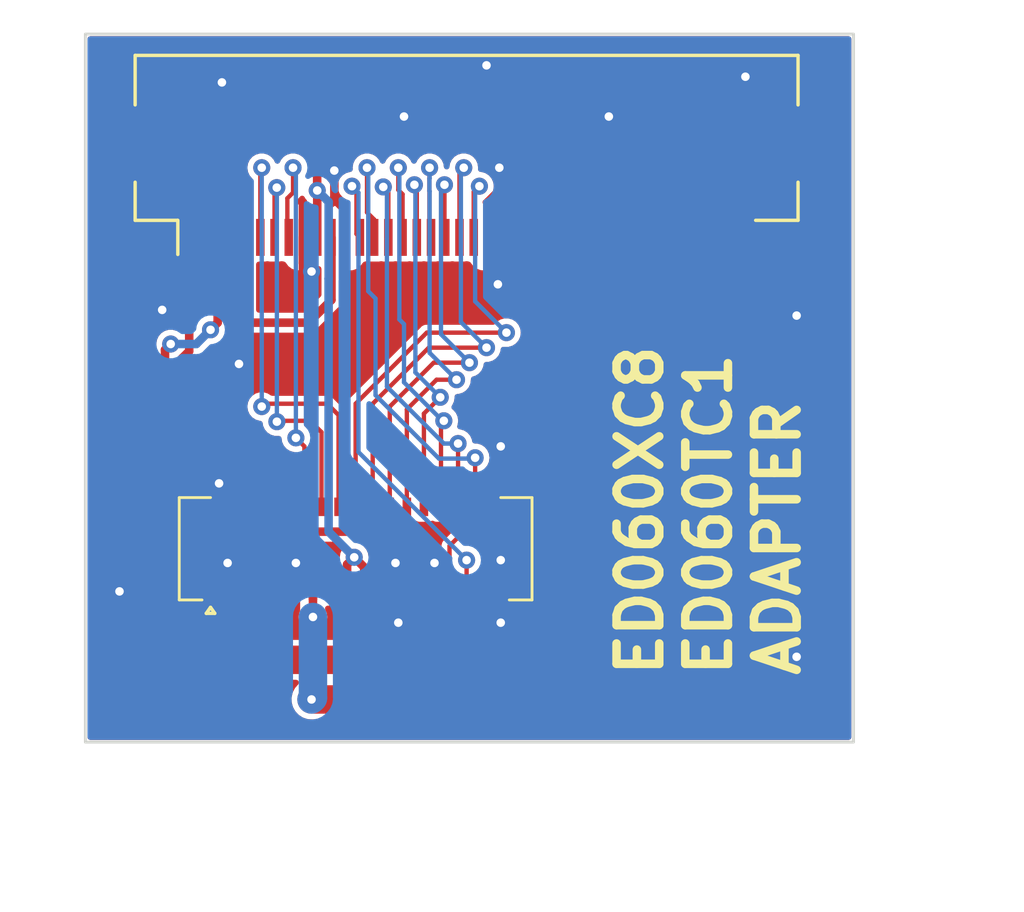
<source format=kicad_pcb>
(kicad_pcb (version 20221018) (generator pcbnew)
  (layers (0 "F.Cu" signal) (31 "B.Cu" signal) (34 "B.Paste" user) (35 "F.Paste" user) (36 "B.SilkS" user "B.Silkscreen") (37 "F.SilkS" user "F.Silkscreen") (38 "B.Mask" user) (39 "F.Mask" user) (44 "Edge.Cuts" user))
  (net 0 "")
  (net 1 "VGL")
  (net 2 "GND")
  (net 3 "VGH")
  (net 4 "VCOM")
  (net 5 "VPOS")
  (net 6 "VNEG")
  (net 7 "+3V3")
  (net 14 "/GDOE")
  (net 15 "/GDCLK")
  (net 16 "/GDSP")
  (net 17 "/ESDCLK")
  (net 18 "/ED0")
  (net 19 "/ED8")
  (net 20 "/ED1")
  (net 21 "/ED9")
  (net 22 "/ED2")
  (net 23 "/ED10")
  (net 24 "/ED3")
  (net 25 "/ED11")
  (net 26 "/ED4")
  (net 27 "/ED12")
  (net 28 "/ED5")
  (net 29 "/ED13")
  (net 30 "/ED6")
  (net 31 "/ED14")
  (net 32 "/ED7")
  (net 33 "/ED15")
  (net 34 "/SDCE0")
  (net 35 "/ESDLE")
  (net 36 "/ESDOE")
  (footprint "footprints:Hirose_FH12-40S-0.5SH_1x40-1MP_P0.50mm_Horizontal_Reversed" (layer "F.Cu") (at 164.4 78.35 180)
    (fp_text reference "J1" hide)
    (fp_text value "FH12-40S-0.5SH")
    (fp_line (start -11.65 -1.3) (end -11.65 0.04) (stroke (width 0.12)) (layer "F.SilkS"))
    (fp_line (start -11.65 2.76) (end -11.65 4.5) (stroke (width 0.12)) (layer "F.SilkS"))
    (fp_line (start -11.65 4.5) (end 11.65 4.5) (stroke (width 0.12)) (layer "F.SilkS"))
    (fp_line (start -10.16 -1.3) (end -11.65 -1.3) (stroke (width 0.12)) (layer "F.SilkS"))
    (fp_line (start 10.15 -1.3) (end 10.15 -2.5) (stroke (width 0.12)) (layer "F.SilkS"))
    (fp_line (start 10.16 -1.3) (end 11.65 -1.3) (stroke (width 0.12)) (layer "F.SilkS"))
    (fp_line (start 11.65 -1.3) (end 11.65 0.04) (stroke (width 0.12)) (layer "F.SilkS"))
    (fp_line (start 11.65 4.5) (end 11.65 2.76) (stroke (width 0.12)) (layer "F.SilkS"))
    (pad "1" smd rect (at 9.75 -1.9) (size 0.3 1.3) (layers "F.Cu" "F.Paste" "F.Mask") (net 1 "VGL"))
    (pad "2" smd rect (at 9.25 -1.9) (size 0.3 1.3) (layers "F.Cu" "F.Paste" "F.Mask"))
    (pad "3" smd rect (at 8.75 -1.9) (size 0.3 1.3) (layers "F.Cu" "F.Paste" "F.Mask") (net 3 "VGH"))
    (pad "4" smd rect (at 8.25 -1.9) (size 0.3 1.3) (layers "F.Cu" "F.Paste" "F.Mask"))
    (pad "5" smd rect (at 7.75 -1.9) (size 0.3 1.3) (layers "F.Cu" "F.Paste" "F.Mask") (net 7 "+3V3"))
    (pad "6" smd rect (at 7.25 -1.9) (size 0.3 1.3) (layers "F.Cu" "F.Paste" "F.Mask") (net 14 "/GDOE"))
    (pad "7" smd rect (at 6.75 -1.9) (size 0.3 1.3) (layers "F.Cu" "F.Paste" "F.Mask") (net 15 "/GDCLK"))
    (pad "8" smd rect (at 6.25 -1.9) (size 0.3 1.3) (layers "F.Cu" "F.Paste" "F.Mask") (net 16 "/GDSP"))
    (pad "9" smd rect (at 5.75 -1.9) (size 0.3 1.3) (layers "F.Cu" "F.Paste" "F.Mask") (net 2 "GND"))
    (pad "10" smd rect (at 5.25 -1.9) (size 0.3 1.3) (layers "F.Cu" "F.Paste" "F.Mask") (net 4 "VCOM"))
    (pad "11" smd rect (at 4.75 -1.9) (size 0.3 1.3) (layers "F.Cu" "F.Paste" "F.Mask") (net 7 "+3V3"))
    (pad "12" smd rect (at 4.25 -1.9) (size 0.3 1.3) (layers "F.Cu" "F.Paste" "F.Mask") (net 2 "GND"))
    (pad "13" smd rect (at 3.75 -1.9) (size 0.3 1.3) (layers "F.Cu" "F.Paste" "F.Mask") (net 17 "/ESDCLK"))
    (pad "14" smd rect (at 3.25 -1.9) (size 0.3 1.3) (layers "F.Cu" "F.Paste" "F.Mask") (net 18 "/ED0"))
    (pad "15" smd rect (at 2.75 -1.9) (size 0.3 1.3) (layers "F.Cu" "F.Paste" "F.Mask") (net 20 "/ED1"))
    (pad "16" smd rect (at 2.25 -1.9) (size 0.3 1.3) (layers "F.Cu" "F.Paste" "F.Mask") (net 22 "/ED2"))
    (pad "17" smd rect (at 1.75 -1.9) (size 0.3 1.3) (layers "F.Cu" "F.Paste" "F.Mask") (net 24 "/ED3"))
    (pad "18" smd rect (at 1.25 -1.9) (size 0.3 1.3) (layers "F.Cu" "F.Paste" "F.Mask") (net 26 "/ED4"))
    (pad "19" smd rect (at 0.75 -1.9) (size 0.3 1.3) (layers "F.Cu" "F.Paste" "F.Mask") (net 28 "/ED5"))
    (pad "20" smd rect (at 0.25 -1.9) (size 0.3 1.3) (layers "F.Cu" "F.Paste" "F.Mask") (net 30 "/ED6"))
    (pad "21" smd rect (at -0.25 -1.9) (size 0.3 1.3) (layers "F.Cu" "F.Paste" "F.Mask") (net 32 "/ED7"))
    (pad "22" smd rect (at -0.75 -1.9) (size 0.3 1.3) (layers "F.Cu" "F.Paste" "F.Mask") (net 2 "GND"))
    (pad "23" smd rect (at -1.25 -1.9) (size 0.3 1.3) (layers "F.Cu" "F.Paste" "F.Mask") (net 19 "/ED8"))
    (pad "24" smd rect (at -1.75 -1.9) (size 0.3 1.3) (layers "F.Cu" "F.Paste" "F.Mask") (net 21 "/ED9"))
    (pad "25" smd rect (at -2.25 -1.9) (size 0.3 1.3) (layers "F.Cu" "F.Paste" "F.Mask") (net 23 "/ED10"))
    (pad "26" smd rect (at -2.75 -1.9) (size 0.3 1.3) (layers "F.Cu" "F.Paste" "F.Mask") (net 25 "/ED11"))
    (pad "27" smd rect (at -3.25 -1.9) (size 0.3 1.3) (layers "F.Cu" "F.Paste" "F.Mask") (net 27 "/ED12"))
    (pad "28" smd rect (at -3.75 -1.9) (size 0.3 1.3) (layers "F.Cu" "F.Paste" "F.Mask") (net 29 "/ED13"))
    (pad "29" smd rect (at -4.25 -1.9) (size 0.3 1.3) (layers "F.Cu" "F.Paste" "F.Mask") (net 31 "/ED14"))
    (pad "30" smd rect (at -4.75 -1.9) (size 0.3 1.3) (layers "F.Cu" "F.Paste" "F.Mask") (net 33 "/ED15"))
    (pad "31" smd rect (at -5.25 -1.9) (size 0.3 1.3) (layers "F.Cu" "F.Paste" "F.Mask") (net 34 "/SDCE0"))
    (pad "32" smd rect (at -5.75 -1.9) (size 0.3 1.3) (layers "F.Cu" "F.Paste" "F.Mask") (net 35 "/ESDLE"))
    (pad "33" smd rect (at -6.25 -1.9) (size 0.3 1.3) (layers "F.Cu" "F.Paste" "F.Mask") (net 36 "/ESDOE"))
    (pad "34" smd rect (at -6.75 -1.9) (size 0.3 1.3) (layers "F.Cu" "F.Paste" "F.Mask"))
    (pad "35" smd rect (at -7.25 -1.9) (size 0.3 1.3) (layers "F.Cu" "F.Paste" "F.Mask"))
    (pad "36" smd rect (at -7.75 -1.9) (size 0.3 1.3) (layers "F.Cu" "F.Paste" "F.Mask") (net 5 "VPOS"))
    (pad "37" smd rect (at -8.25 -1.9) (size 0.3 1.3) (layers "F.Cu" "F.Paste" "F.Mask"))
    (pad "38" smd rect (at -8.75 -1.9) (size 0.3 1.3) (layers "F.Cu" "F.Paste" "F.Mask") (net 6 "VNEG"))
    (pad "39" smd rect (at -9.25 -1.9) (size 0.3 1.3) (layers "F.Cu" "F.Paste" "F.Mask"))
    (pad "40" smd rect (at -9.75 -1.9) (size 0.3 1.3) (layers "F.Cu" "F.Paste" "F.Mask") (net 4 "VCOM"))
    (pad "MP" smd rect (at -11.65 1.4 180) (size 1.8 2.2) (layers "F.Cu" "F.Paste" "F.Mask") (net 2 "GND"))
    (pad "MP" smd rect (at 11.65 1.4 180) (size 1.8 2.2) (layers "F.Cu" "F.Paste" "F.Mask") (net 2 "GND"))
  )
  (footprint "footprints:X03A10L35G_2Rows-35Pins-1MP_P0.60mm_Horizontal" (layer "F.Cu") (at 160.5 91.2 90)
    (fp_text reference "J3" hide)
    (fp_text value "Conn_2Rows-35Pins")
    (fp_line (start -2.272132 -5.25) (end -2.06 -5.1) (stroke (width 0.12)) (layer "F.SilkS"))
    (fp_line (start -2.272132 -4.95) (end -2.272132 -5.25) (stroke (width 0.12)) (layer "F.SilkS"))
    (fp_line (start -2.06 -5.1) (end -2.272132 -4.95) (stroke (width 0.12)) (layer "F.SilkS"))
    (fp_line (start -1.8 -6.2) (end 1.8 -6.2) (stroke (width 0.1)) (layer "F.SilkS"))
    (fp_line (start -1.8 -5.4) (end -1.8 -6.2) (stroke (width 0.1)) (layer "F.SilkS"))
    (fp_line (start -1.8 6.2) (end -1.8 5.4) (stroke (width 0.1)) (layer "F.SilkS"))
    (fp_line (start 1.8 -6.2) (end 1.8 -5.1) (stroke (width 0.1)) (layer "F.SilkS"))
    (fp_line (start 1.8 5.1) (end 1.8 6.2) (stroke (width 0.1)) (layer "F.SilkS"))
    (fp_line (start 1.8 6.2) (end -1.8 6.2) (stroke (width 0.1)) (layer "F.SilkS"))
    (pad "1" smd rect (at -1.4 -5.1 90) (size 0.8 0.3) (layers "F.Cu" "F.Paste" "F.Mask") (net 3 "VGH"))
    (pad "2" smd rect (at 1.475 -4.8 90) (size 0.65 0.3) (layers "F.Cu" "F.Paste" "F.Mask") (net 2 "GND"))
    (pad "3" smd rect (at -1.4 -4.5 90) (size 0.8 0.3) (layers "F.Cu" "F.Paste" "F.Mask") (net 2 "GND"))
    (pad "4" smd rect (at 1.475 -4.2 90) (size 0.65 0.3) (layers "F.Cu" "F.Paste" "F.Mask"))
    (pad "5" smd rect (at -1.4 -3.9 90) (size 0.8 0.3) (layers "F.Cu" "F.Paste" "F.Mask") (net 5 "VPOS"))
    (pad "6" smd rect (at 1.475 -3.6 90) (size 0.65 0.3) (layers "F.Cu" "F.Paste" "F.Mask"))
    (pad "7" smd rect (at -1.4 -3.3 90) (size 0.8 0.3) (layers "F.Cu" "F.Paste" "F.Mask"))
    (pad "8" smd rect (at 1.475 -3 90) (size 0.65 0.3) (layers "F.Cu" "F.Paste" "F.Mask"))
    (pad "9" smd rect (at -1.4 -2.7 90) (size 0.8 0.3) (layers "F.Cu" "F.Paste" "F.Mask") (net 1 "VGL"))
    (pad "10" smd rect (at 1.475 -2.4 90) (size 0.65 0.3) (layers "F.Cu" "F.Paste" "F.Mask"))
    (pad "11" smd rect (at -1.4 -2.1 90) (size 0.8 0.3) (layers "F.Cu" "F.Paste" "F.Mask") (net 2 "GND"))
    (pad "12" smd rect (at 1.475 -1.8 90) (size 0.65 0.3) (layers "F.Cu" "F.Paste" "F.Mask") (net 16 "/GDSP"))
    (pad "13" smd rect (at -1.4 -1.5 90) (size 0.8 0.3) (layers "F.Cu" "F.Paste" "F.Mask") (net 6 "VNEG"))
    (pad "14" smd rect (at 1.475 -1.2 90) (size 0.65 0.3) (layers "F.Cu" "F.Paste" "F.Mask") (net 15 "/GDCLK"))
    (pad "15" smd rect (at -1.4 -0.9 90) (size 0.8 0.3) (layers "F.Cu" "F.Paste" "F.Mask"))
    (pad "16" smd rect (at 1.475 -0.6 90) (size 0.65 0.3) (layers "F.Cu" "F.Paste" "F.Mask") (net 14 "/GDOE"))
    (pad "17" smd rect (at -1.4 -0.3 90) (size 0.8 0.3) (layers "F.Cu" "F.Paste" "F.Mask") (net 4 "VCOM"))
    (pad "18" smd rect (at 1.475 0 90) (size 0.65 0.3) (layers "F.Cu" "F.Paste" "F.Mask") (net 32 "/ED7"))
    (pad "19" smd rect (at -1.4 0.3 90) (size 0.8 0.3) (layers "F.Cu" "F.Paste" "F.Mask") (net 4 "VCOM"))
    (pad "20" smd rect (at 1.475 0.6 90) (size 0.65 0.3) (layers "F.Cu" "F.Paste" "F.Mask") (net 30 "/ED6"))
    (pad "21" smd rect (at -1.4 0.9 90) (size 0.8 0.3) (layers "F.Cu" "F.Paste" "F.Mask"))
    (pad "22" smd rect (at 1.475 1.2 90) (size 0.65 0.3) (layers "F.Cu" "F.Paste" "F.Mask") (net 28 "/ED5"))
    (pad "23" smd rect (at -1.4 1.5 90) (size 0.8 0.3) (layers "F.Cu" "F.Paste" "F.Mask") (net 2 "GND"))
    (pad "24" smd rect (at 1.475 1.8 90) (size 0.65 0.3) (layers "F.Cu" "F.Paste" "F.Mask") (net 26 "/ED4"))
    (pad "25" smd rect (at -1.4 2.1 90) (size 0.8 0.3) (layers "F.Cu" "F.Paste" "F.Mask") (net 7 "+3V3"))
    (pad "26" smd rect (at 1.475 2.4 90) (size 0.65 0.3) (layers "F.Cu" "F.Paste" "F.Mask") (net 24 "/ED3"))
    (pad "27" smd rect (at -1.4 2.7 90) (size 0.8 0.3) (layers "F.Cu" "F.Paste" "F.Mask") (net 2 "GND"))
    (pad "28" smd rect (at 1.475 3 90) (size 0.65 0.3) (layers "F.Cu" "F.Paste" "F.Mask") (net 22 "/ED2"))
    (pad "29" smd rect (at -1.4 3.3 90) (size 0.8 0.3) (layers "F.Cu" "F.Paste" "F.Mask") (net 35 "/ESDLE"))
    (pad "30" smd rect (at 1.475 3.6 90) (size 0.65 0.3) (layers "F.Cu" "F.Paste" "F.Mask") (net 20 "/ED1"))
    (pad "31" smd rect (at -1.4 3.9 90) (size 0.8 0.3) (layers "F.Cu" "F.Paste" "F.Mask") (net 17 "/ESDCLK"))
    (pad "32" smd rect (at 1.475 4.2 90) (size 0.65 0.3) (layers "F.Cu" "F.Paste" "F.Mask") (net 18 "/ED0"))
    (pad "33" smd rect (at -1.4 4.5 90) (size 0.8 0.3) (layers "F.Cu" "F.Paste" "F.Mask") (net 36 "/ESDOE"))
    (pad "34" smd rect (at 1.475 4.8 90) (size 0.65 0.3) (layers "F.Cu" "F.Paste" "F.Mask") (net 34 "/SDCE0"))
    (pad "35" smd rect (at -1.4 5.1 90) (size 0.8 0.3) (layers "F.Cu" "F.Paste" "F.Mask") (net 2 "GND"))
    (pad "MP" smd rect (at -1.075 -5.75 90) (size 1.15 0.3) (layers "F.Cu" "F.Paste" "F.Mask"))
    (pad "MP" smd rect (at -1.075 5.75 90) (size 1.15 0.3) (layers "F.Cu" "F.Paste" "F.Mask"))
  )
  (gr_rect (start 151 73.1) (end 178 98) (stroke (width 0.1)) (fill none) (layer "Edge.Cuts"))
  (gr_text "ED060XC8\nED060TC1\nADAPTER" (at 176.2 95.8 90) (layer "F.SilkS") (effects (font (size 1.5 1.5) (thickness 0.3) bold) (justify left bottom)))
  (segment (start 154.65 84.25) (end 154.4 84.5) (width 0.3) (layer "F.Cu") (net 1))
  (segment (start 154.65 80.25) (end 154.65 84.25) (width 0.3) (layer "F.Cu") (net 1))
  (segment (start 154.4 84.5) (end 154.4 90.4) (width 0.3) (layer "F.Cu") (net 1))
  (segment (start 154.4 90.4) (end 155.0976 91.0976) (width 0.3) (layer "F.Cu") (net 1))
  (segment (start 157.7976 92.5976) (end 157.8 92.6) (width 0.3) (layer "F.Cu") (net 1))
  (segment (start 157.3976 91.0976) (end 157.7976 91.4976) (width 0.3) (layer "F.Cu") (net 1))
  (segment (start 155.0976 91.0976) (end 157.3976 91.0976) (width 0.3) (layer "F.Cu") (net 1))
  (segment (start 157.7976 91.4976) (end 157.7976 92.5976) (width 0.3) (layer "F.Cu") (net 1))
  (segment (start 155.7 89.725) (end 155.7 88.9) (width 0.1524) (layer "F.Cu") (net 2))
  (segment (start 163.2 92.6) (end 163.2 91.7719) (width 0.1524) (layer "F.Cu") (net 2))
  (segment (start 165.6 92.6) (end 165.6 91.6) (width 0.1524) (layer "F.Cu") (net 2))
  (segment (start 156 92.6) (end 156 91.7) (width 0.1524) (layer "F.Cu") (net 2))
  (segment (start 158.65 81.15) (end 158.65 80.25) (width 0.3) (layer "F.Cu") (net 2))
  (segment (start 159.7524 77.9024) (end 159.75 77.9) (width 0.3) (layer "F.Cu") (net 2))
  (segment (start 165.15 79.001923) (end 165.55 78.601923) (width 0.3) (layer "F.Cu") (net 2))
  (segment (start 165.15 80.25) (end 165.15 79.001923) (width 0.3) (layer "F.Cu") (net 2))
  (segment (start 160.15 79.3) (end 159.8 78.95) (width 0.3) (layer "F.Cu") (net 2))
  (segment (start 162 92.6) (end 162 91.8) (width 0.1524) (layer "F.Cu") (net 2))
  (segment (start 162 91.8) (end 161.9 91.7) (width 0.1524) (layer "F.Cu") (net 2))
  (segment (start 159.8 78.95) (end 159.7524 78.9024) (width 0.3) (layer "F.Cu") (net 2))
  (segment (start 158.4 92.6) (end 158.4 91.7) (width 0.1524) (layer "F.Cu") (net 2))
  (segment (start 158.95 81.45) (end 158.65 81.15) (width 0.3) (layer "F.Cu") (net 2))
  (segment (start 159.7524 78.9024) (end 159.7524 77.9024) (width 0.3) (layer "F.Cu") (net 2))
  (segment (start 163.2 91.7719) (end 163.2719 91.7) (width 0.1524) (layer "F.Cu") (net 2))
  (segment (start 160.15 80.25) (end 160.15 79.3) (width 0.3) (layer "F.Cu") (net 2))
  (segment (start 165.55 78.601923) (end 165.55 77.8) (width 0.3) (layer "F.Cu") (net 2))
  (via (at 156.4 84.7) (size 0.6) (drill 0.3) (layers "F.Cu" "B.Cu") (net 2))
  (via (at 161.9 91.7) (size 0.6) (drill 0.3) (layers "F.Cu" "B.Cu") (net 2))
  (via (at 165.6 87.6) (size 0.6) (drill 0.3) (layers "F.Cu" "B.Cu") (net 2))
  (via (at 158.95 81.45) (size 0.6) (drill 0.3) (layers "F.Cu" "B.Cu") (net 2))
  (via (at 165.6 91.6) (size 0.6) (drill 0.3) (layers "F.Cu" "B.Cu") (net 2))
  (via (at 174.2 74.6) (size 0.6) (drill 0.3) (layers "F.Cu" "B.Cu") (net 2))
  (via (at 155.7 88.9) (size 0.6) (drill 0.3) (layers "F.Cu" "B.Cu") (net 2))
  (via (at 165.6 93.8) (size 0.6) (drill 0.3) (layers "F.Cu" "B.Cu") (net 2))
  (via (at 152.2 92.7) (size 0.6) (drill 0.3) (layers "F.Cu" "B.Cu") (net 2))
  (via (at 169.4 76) (size 0.6) (drill 0.3) (layers "F.Cu" "B.Cu") (net 2))
  (via (at 159.75 77.9) (size 0.6) (drill 0.3) (layers "F.Cu" "B.Cu") (net 2))
  (via (at 163.2719 91.7) (size 0.6) (drill 0.3) (layers "F.Cu" "B.Cu") (net 2))
  (via (at 155.8 74.8) (size 0.6) (drill 0.3) (layers "F.Cu" "B.Cu") (net 2))
  (via (at 165.5 81.9) (size 0.6) (drill 0.3) (layers "F.Cu" "B.Cu") (net 2))
  (via (at 156 91.7) (size 0.6) (drill 0.3) (layers "F.Cu" "B.Cu") (net 2))
  (via (at 162.2 76) (size 0.6) (drill 0.3) (layers "F.Cu" "B.Cu") (net 2))
  (via (at 165.1 74.2) (size 0.6) (drill 0.3) (layers "F.Cu" "B.Cu") (net 2))
  (via (at 176 95) (size 0.6) (drill 0.3) (layers "F.Cu" "B.Cu") (net 2))
  (via (at 153.7 82.8) (size 0.6) (drill 0.3) (layers "F.Cu" "B.Cu") (net 2))
  (via (at 162 93.8) (size 0.6) (drill 0.3) (layers "F.Cu" "B.Cu") (net 2))
  (via (at 165.55 77.8) (size 0.6) (drill 0.3) (layers "F.Cu" "B.Cu") (net 2))
  (via (at 176 83) (size 0.6) (drill 0.3) (layers "F.Cu" "B.Cu") (net 2))
  (via (at 158.4 91.7) (size 0.6) (drill 0.3) (layers "F.Cu" "B.Cu") (net 2))
  (segment (start 154.3 93.6) (end 153.8 93.1) (width 0.3) (layer "F.Cu") (net 3))
  (segment (start 155.65 83.25) (end 155.4 83.5) (width 0.3) (layer "F.Cu") (net 3))
  (segment (start 153.8 93.1) (end 153.8 84.2) (width 0.3) (layer "F.Cu") (net 3))
  (segment (start 153.8 84.2) (end 154 84) (width 0.3) (layer "F.Cu") (net 3))
  (segment (start 155.4 92.6) (end 155.4 93.3) (width 0.3) (layer "F.Cu") (net 3))
  (segment (start 155.65 80.25) (end 155.65 83.25) (width 0.3) (layer "F.Cu") (net 3))
  (segment (start 155.1 93.6) (end 154.3 93.6) (width 0.3) (layer "F.Cu") (net 3))
  (segment (start 155.4 93.3) (end 155.1 93.6) (width 0.3) (layer "F.Cu") (net 3))
  (via (at 155.4 83.5) (size 0.6) (drill 0.3) (layers "F.Cu" "B.Cu") (net 3))
  (via (at 154 84) (size 0.6) (drill 0.3) (layers "F.Cu" "B.Cu") (net 3))
  (segment (start 154.9 84) (end 155.4 83.5) (width 0.3) (layer "B.Cu") (net 3))
  (segment (start 154 84) (end 154.9 84) (width 0.3) (layer "B.Cu") (net 3))
  (segment (start 160.2 91.75) (end 160.45 91.5) (width 0.3) (layer "F.Cu") (net 4))
  (segment (start 159.1476 78.5976) (end 159.15 78.6) (width 0.3) (layer "F.Cu") (net 4))
  (segment (start 159.1476 76.0524) (end 159.1476 78.5976) (width 0.3) (layer "F.Cu") (net 4))
  (segment (start 174.15 76.65) (end 172.5 75) (width 0.3) (layer "F.Cu") (net 4))
  (segment (start 160.2 92.6) (end 160.2 91.75) (width 0.3) (layer "F.Cu") (net 4))
  (segment (start 174.15 80.25) (end 174.15 76.65) (width 0.3) (layer "F.Cu") (net 4))
  (segment (start 159.15 78.6) (end 159.15 80.25) (width 0.3) (layer "F.Cu") (net 4))
  (segment (start 160.8 91.85) (end 160.45 91.5) (width 0.3) (layer "F.Cu") (net 4))
  (segment (start 160.2 75) (end 159.1476 76.0524) (width 0.3) (layer "F.Cu") (net 4))
  (segment (start 172.5 75) (end 160.2 75) (width 0.3) (layer "F.Cu") (net 4))
  (segment (start 160.8 92.6) (end 160.8 91.85) (width 0.3) (layer "F.Cu") (net 4))
  (via (at 159.15 78.6) (size 0.6) (drill 0.3) (layers "F.Cu" "B.Cu") (net 4))
  (via (at 160.45 91.5) (size 0.6) (drill 0.3) (layers "F.Cu" "B.Cu") (net 4))
  (segment (start 160.45 91.5) (end 159.55 90.6) (width 0.3) (layer "B.Cu") (net 4))
  (segment (start 159.55 90.6) (end 159.55 81.701923) (width 0.3) (layer "B.Cu") (net 4))
  (segment (start 159.5524 79.0024) (end 159.15 78.6) (width 0.3) (layer "B.Cu") (net 4))
  (segment (start 159.55 81.701923) (end 159.5524 81.699523) (width 0.3) (layer "B.Cu") (net 4))
  (segment (start 159.5524 81.699523) (end 159.5524 79.0024) (width 0.3) (layer "B.Cu") (net 4))
  (segment (start 172.15 89.6) (end 166.643623 95.106377) (width 1) (layer "F.Cu") (net 5))
  (segment (start 157.356377 95.106377) (end 156.6 94.35) (width 1) (layer "F.Cu") (net 5))
  (segment (start 156.6 92.6) (end 156.6 94.35) (width 0.3) (layer "F.Cu") (net 5))
  (segment (start 172.15 81.85) (end 172.15 89.6) (width 1) (layer "F.Cu") (net 5))
  (segment (start 166.643623 95.106377) (end 157.356377 95.106377) (width 1) (layer "F.Cu") (net 5))
  (segment (start 172.15 80.25) (end 172.15 81.85) (width 0.3) (layer "F.Cu") (net 5))
  (segment (start 173.55 90.3) (end 167.35 96.5) (width 1) (layer "F.Cu") (net 6))
  (segment (start 167.35 96.5) (end 158.95 96.5) (width 1) (layer "F.Cu") (net 6))
  (segment (start 159 93.6) (end 159 92.6) (width 0.3) (layer "F.Cu") (net 6))
  (segment (start 173.15 81.2) (end 173.55 81.6) (width 0.3) (layer "F.Cu") (net 6))
  (segment (start 173.15 80.25) (end 173.15 81.2) (width 0.3) (layer "F.Cu") (net 6))
  (segment (start 173.55 81.6) (end 173.55 81.9) (width 0.3) (layer "F.Cu") (net 6))
  (segment (start 173.55 81.9) (end 173.55 90.3) (width 1) (layer "F.Cu") (net 6))
  (via (at 158.95 96.5) (size 0.6) (drill 0.3) (layers "F.Cu" "B.Cu") (net 6))
  (via (at 159 93.6) (size 0.6) (drill 0.3) (layers "F.Cu" "B.Cu") (net 6))
  (segment (start 159 96.45) (end 159 93.6) (width 1) (layer "B.Cu") (net 6))
  (segment (start 158.95 96.5) (end 159 96.45) (width 1) (layer "B.Cu") (net 6))
  (segment (start 155.3 90.6) (end 154.9 90.2) (width 0.3) (layer "F.Cu") (net 7))
  (segment (start 162.6 92.6) (end 162.6 91.1) (width 0.3) (layer "F.Cu") (net 7))
  (segment (start 158.85 83.25) (end 156.65 83.25) (width 0.3) (layer "F.Cu") (net 7))
  (segment (start 154.9 90.2) (end 154.9 85) (width 0.3) (layer "F.Cu") (net 7))
  (segment (start 159.65 80.25) (end 159.65 82.45) (width 0.3) (layer "F.Cu") (net 7))
  (segment (start 159.65 82.45) (end 158.85 83.25) (width 0.3) (layer "F.Cu") (net 7))
  (segment (start 156.65 83.25) (end 156.65 80.25) (width 0.3) (layer "F.Cu") (net 7))
  (segment (start 162.6 91.1) (end 162.1 90.6) (width 0.3) (layer "F.Cu") (net 7))
  (segment (start 154.9 85) (end 156.65 83.25) (width 0.3) (layer "F.Cu") (net 7))
  (segment (start 162.1 90.6) (end 155.3 90.6) (width 0.3) (layer "F.Cu") (net 7))
  (segment (start 157.2 77.8) (end 157.15 77.85) (width 0.1524) (layer "F.Cu") (net 14))
  (segment (start 159.5 86.1) (end 157.3 86.1) (width 0.1524) (layer "F.Cu") (net 14))
  (segment (start 159.9 89.725) (end 159.9 86.5) (width 0.1524) (layer "F.Cu") (net 14))
  (segment (start 157.3 86.1) (end 157.2 86.2) (width 0.1524) (layer "F.Cu") (net 14))
  (segment (start 157.15 77.85) (end 157.15 80.25) (width 0.1524) (layer "F.Cu") (net 14))
  (segment (start 159.9 86.5) (end 159.5 86.1) (width 0.1524) (layer "F.Cu") (net 14))
  (via (at 157.2 77.8) (size 0.6) (drill 0.3) (layers "F.Cu" "B.Cu") (net 14))
  (via (at 157.2 86.2) (size 0.6) (drill 0.3) (layers "F.Cu" "B.Cu") (net 14))
  (segment (start 157.2 86.2) (end 157.2 77.8) (width 0.1524) (layer "B.Cu") (net 14))
  (segment (start 157.65 78.5781) (end 157.65 80.25) (width 0.1524) (layer "F.Cu") (net 15))
  (segment (start 157.7281 78.5) (end 157.65 78.5781) (width 0.1524) (layer "F.Cu") (net 15))
  (segment (start 158.9 86.7) (end 157.763352 86.7) (width 0.1524) (layer "F.Cu") (net 15))
  (segment (start 159.3 89.725) (end 159.3 87.1) (width 0.1524) (layer "F.Cu") (net 15))
  (segment (start 157.763352 86.7) (end 157.731676 86.731676) (width 0.1524) (layer "F.Cu") (net 15))
  (segment (start 159.3 87.1) (end 158.9 86.7) (width 0.1524) (layer "F.Cu") (net 15))
  (via (at 157.7281 78.5) (size 0.6) (drill 0.3) (layers "F.Cu" "B.Cu") (net 15))
  (via (at 157.731676 86.731676) (size 0.6) (drill 0.3) (layers "F.Cu" "B.Cu") (net 15))
  (segment (start 157.731676 78.503576) (end 157.7281 78.5) (width 0.1524) (layer "B.Cu") (net 15))
  (segment (start 157.731676 86.731676) (end 157.731676 78.503576) (width 0.1524) (layer "B.Cu") (net 15))
  (segment (start 158.3 78.675654) (end 158.1 78.875654) (width 0.1524) (layer "F.Cu") (net 16))
  (segment (start 158.7 87.6) (end 158.4 87.3) (width 0.1524) (layer "F.Cu") (net 16))
  (segment (start 158.3 77.8) (end 158.3 78.675654) (width 0.1524) (layer "F.Cu") (net 16))
  (segment (start 158.1 80.2) (end 158.15 80.25) (width 0.1524) (layer "F.Cu") (net 16))
  (segment (start 158.7 89.725) (end 158.7 87.6) (width 0.1524) (layer "F.Cu") (net 16))
  (segment (start 158.1 78.875654) (end 158.1 80.2) (width 0.1524) (layer "F.Cu") (net 16))
  (via (at 158.3 77.8) (size 0.6) (drill 0.3) (layers "F.Cu" "B.Cu") (net 16))
  (via (at 158.4 87.3) (size 0.6) (drill 0.3) (layers "F.Cu" "B.Cu") (net 16))
  (segment (start 158.4 87.3) (end 158.4 77.9) (width 0.1524) (layer "B.Cu") (net 16))
  (segment (start 158.4 77.9) (end 158.3 77.8) (width 0.1524) (layer "B.Cu") (net 16))
  (segment (start 164.4 92.6) (end 164.4 91.6) (width 0.1524) (layer "F.Cu") (net 17))
  (segment (start 160.5286 80.1286) (end 160.65 80.25) (width 0.1524) (layer "F.Cu") (net 17))
  (segment (start 160.5286 78.6067) (end 160.5286 80.1286) (width 0.1524) (layer "F.Cu") (net 17))
  (segment (start 160.3719 78.45) (end 160.5286 78.6067) (width 0.1524) (layer "F.Cu") (net 17))
  (via (at 164.4 91.6) (size 0.6) (drill 0.3) (layers "F.Cu" "B.Cu") (net 17))
  (via (at 160.3719 78.45) (size 0.6) (drill 0.3) (layers "F.Cu" "B.Cu") (net 17))
  (segment (start 160.6 87.8) (end 164.4 91.6) (width 0.1524) (layer "B.Cu") (net 17))
  (segment (start 160.6 78.6781) (end 160.6 87.8) (width 0.1524) (layer "B.Cu") (net 17))
  (segment (start 160.3719 78.45) (end 160.6 78.6781) (width 0.1524) (layer "B.Cu") (net 17))
  (segment (start 160.9 77.8) (end 160.9 79.3714) (width 0.1524) (layer "F.Cu") (net 18))
  (segment (start 161.15 79.6214) (end 161.15 80.25) (width 0.1524) (layer "F.Cu") (net 18))
  (segment (start 160.9 79.3714) (end 161.15 79.6214) (width 0.1524) (layer "F.Cu") (net 18))
  (segment (start 164.7 89.725) (end 164.7 88) (width 0.1524) (layer "F.Cu") (net 18))
  (via (at 160.9 77.8) (size 0.6) (drill 0.3) (layers "F.Cu" "B.Cu") (net 18))
  (via (at 164.7 88) (size 0.6) (drill 0.3) (layers "F.Cu" "B.Cu") (net 18))
  (segment (start 164.6714 88.0286) (end 163.4286 88.0286) (width 0.1524) (layer "B.Cu") (net 18))
  (segment (start 162.1 86.7) (end 161.2 85.8) (width 0.1524) (layer "B.Cu") (net 18))
  (segment (start 164.7 88) (end 164.6714 88.0286) (width 0.1524) (layer "B.Cu") (net 18))
  (segment (start 160.9433 82.1433) (end 160.9433 77.8433) (width 0.1524) (layer "B.Cu") (net 18))
  (segment (start 161.2 85.8) (end 161.2 82.4) (width 0.1524) (layer "B.Cu") (net 18))
  (segment (start 161.2 82.4) (end 160.9433 82.1433) (width 0.1524) (layer "B.Cu") (net 18))
  (segment (start 160.9433 77.8433) (end 160.9 77.8) (width 0.1524) (layer "B.Cu") (net 18))
  (segment (start 163.4286 88.0286) (end 162.1 86.7) (width 0.1524) (layer "B.Cu") (net 18))
  (segment (start 161.4719 78.47586) (end 161.65 78.65396) (width 0.1524) (layer "F.Cu") (net 20))
  (segment (start 164.1 89.725) (end 164.1 87.5) (width 0.1524) (layer "F.Cu") (net 20))
  (segment (start 161.65 78.65396) (end 161.65 80.25) (width 0.1524) (layer "F.Cu") (net 20))
  (via (at 161.4719 78.47586) (size 0.6) (drill 0.3) (layers "F.Cu" "B.Cu") (net 20))
  (via (at 164.1 87.5) (size 0.6) (drill 0.3) (layers "F.Cu" "B.Cu") (net 20))
  (segment (start 164.1 87.5) (end 163.6 87.5) (width 0.1524) (layer "B.Cu") (net 20))
  (segment (start 163.6 87.5) (end 162.1 86) (width 0.1524) (layer "B.Cu") (net 20))
  (segment (start 162.1 86) (end 161.6 85.5) (width 0.1524) (layer "B.Cu") (net 20))
  (segment (start 161.6 80.3) (end 161.6 78.60396) (width 0.1524) (layer "B.Cu") (net 20))
  (segment (start 161.6 78.60396) (end 161.4719 78.47586) (width 0.1524) (layer "B.Cu") (net 20))
  (segment (start 161.6 85.5) (end 161.6 80.3) (width 0.1524) (layer "B.Cu") (net 20))
  (segment (start 163.5 86.8) (end 163.6 86.7) (width 0.1524) (layer "F.Cu") (net 22))
  (segment (start 162 78.582354) (end 162 77.8) (width 0.1524) (layer "F.Cu") (net 22))
  (segment (start 163.5 89.725) (end 163.5 86.8) (width 0.1524) (layer "F.Cu") (net 22))
  (segment (start 162.15 78.732354) (end 162 78.582354) (width 0.1524) (layer "F.Cu") (net 22))
  (segment (start 162.15 80.25) (end 162.15 78.732354) (width 0.1524) (layer "F.Cu") (net 22))
  (via (at 163.6 86.7) (size 0.6) (drill 0.3) (layers "F.Cu" "B.Cu") (net 22))
  (via (at 162 77.8) (size 0.6) (drill 0.3) (layers "F.Cu" "B.Cu") (net 22))
  (segment (start 162.2 83.3) (end 162.0366 83.1366) (width 0.1524) (layer "B.Cu") (net 22))
  (segment (start 163.552446 86.7) (end 162.2 85.347554) (width 0.1524) (layer "B.Cu") (net 22))
  (segment (start 162.0366 83.1366) (end 162.0366 77.8366) (width 0.1524) (layer "B.Cu") (net 22))
  (segment (start 162.2 85.347554) (end 162.2 83.3) (width 0.1524) (layer "B.Cu") (net 22))
  (segment (start 163.6 86.7) (end 163.552446 86.7) (width 0.1524) (layer "B.Cu") (net 22))
  (segment (start 162.0366 77.8366) (end 162 77.8) (width 0.1524) (layer "B.Cu") (net 22))
  (segment (start 162.9 86.446848) (end 163.473424 85.873424) (width 0.1524) (layer "F.Cu") (net 24))
  (segment (start 162.5652 78.4) (end 162.65 78.4848) (width 0.1524) (layer "F.Cu") (net 24))
  (segment (start 162.9 89.725) (end 162.9 86.446848) (width 0.1524) (layer "F.Cu") (net 24))
  (segment (start 162.65 78.4848) (end 162.65 80.25) (width 0.1524) (layer "F.Cu") (net 24))
  (via (at 162.5652 78.4) (size 0.6) (drill 0.3) (layers "F.Cu" "B.Cu") (net 24))
  (via (at 163.473424 85.873424) (size 0.6) (drill 0.3) (layers "F.Cu" "B.Cu") (net 24))
  (segment (start 162.6 85) (end 163.473424 85.873424) (width 0.1524) (layer "B.Cu") (net 24))
  (segment (start 162.5652 78.4) (end 162.6 78.4348) (width 0.1524) (layer "B.Cu") (net 24))
  (segment (start 162.6 78.4348) (end 162.6 85) (width 0.1524) (layer "B.Cu") (net 24))
  (segment (start 163.344538 85.255462) (end 162.3 86.3) (width 0.1524) (layer "F.Cu") (net 26))
  (segment (start 162.3 86.3) (end 162.3 89.725) (width 0.1524) (layer "F.Cu") (net 26))
  (segment (start 163.0933 77.8067) (end 163.0933 80.1933) (width 0.1524) (layer "F.Cu") (net 26))
  (segment (start 163.0933 80.1933) (end 163.15 80.25) (width 0.1524) (layer "F.Cu") (net 26))
  (segment (start 163.1 77.8) (end 163.0933 77.8067) (width 0.1524) (layer "F.Cu") (net 26))
  (segment (start 164.045861 85.255462) (end 163.344538 85.255462) (width 0.1524) (layer "F.Cu") (net 26))
  (via (at 163.1 77.8) (size 0.6) (drill 0.3) (layers "F.Cu" "B.Cu") (net 26))
  (via (at 164.045861 85.255462) (size 0.6) (drill 0.3) (layers "F.Cu" "B.Cu") (net 26))
  (segment (start 163.1 78.174346) (end 163.1 77.8) (width 0.1524) (layer "B.Cu") (net 26))
  (segment (start 164.045861 85.255462) (end 163.1 84.309601) (width 0.1524) (layer "B.Cu") (net 26))
  (segment (start 163.1 84.309601) (end 163.1 78.625654) (width 0.1524) (layer "B.Cu") (net 26))
  (segment (start 163.0933 78.181046) (end 163.1 78.174346) (width 0.1524) (layer "B.Cu") (net 26))
  (segment (start 163.0933 78.618954) (end 163.0933 78.181046) (width 0.1524) (layer "B.Cu") (net 26))
  (segment (start 163.1 78.625654) (end 163.0933 78.618954) (width 0.1524) (layer "B.Cu") (net 26))
  (segment (start 163.6219 80.2219) (end 163.65 80.25) (width 0.1524) (layer "F.Cu") (net 28))
  (segment (start 163.2438 84.6562) (end 161.7 86.2) (width 0.1524) (layer "F.Cu") (net 28))
  (segment (start 164.5 84.6562) (end 163.2438 84.6562) (width 0.1524) (layer "F.Cu") (net 28))
  (segment (start 161.7 86.2) (end 161.7 89.725) (width 0.1524) (layer "F.Cu") (net 28))
  (segment (start 163.6219 78.4) (end 163.6219 80.2219) (width 0.1524) (layer "F.Cu") (net 28))
  (via (at 163.6219 78.4) (size 0.6) (drill 0.3) (layers "F.Cu" "B.Cu") (net 28))
  (via (at 164.5 84.6562) (size 0.6) (drill 0.3) (layers "F.Cu" "B.Cu") (net 28))
  (segment (start 163.5 78.5219) (end 163.6219 78.4) (width 0.1524) (layer "B.Cu") (net 28))
  (segment (start 163.5 83.6562) (end 163.5 78.5219) (width 0.1524) (layer "B.Cu") (net 28))
  (segment (start 164.5 84.6562) (end 163.5 83.6562) (width 0.1524) (layer "B.Cu") (net 28))
  (segment (start 163.0719 84.1281) (end 161.1 86.1) (width 0.1524) (layer "F.Cu") (net 30))
  (segment (start 164.3 77.8) (end 164.15 77.95) (width 0.1524) (layer "F.Cu") (net 30))
  (segment (start 164.15 77.95) (end 164.15 80.25) (width 0.1524) (layer "F.Cu") (net 30))
  (segment (start 161.1 86.1) (end 161.1 89.725) (width 0.1524) (layer "F.Cu") (net 30))
  (segment (start 165.1 84.1281) (end 163.0719 84.1281) (width 0.1524) (layer "F.Cu") (net 30))
  (via (at 165.1 84.1281) (size 0.6) (drill 0.3) (layers "F.Cu" "B.Cu") (net 30))
  (via (at 164.3 77.8) (size 0.6) (drill 0.3) (layers "F.Cu" "B.Cu") (net 30))
  (segment (start 164.2 77.9) (end 164.3 77.8) (width 0.1524) (layer "B.Cu") (net 30))
  (segment (start 165.1 84.1281) (end 164.2 83.2281) (width 0.1524) (layer "B.Cu") (net 30))
  (segment (start 164.2 83.2281) (end 164.2 77.9) (width 0.1524) (layer "B.Cu") (net 30))
  (segment (start 163 83.6) (end 160.5 86.1) (width 0.1524) (layer "F.Cu") (net 32))
  (segment (start 164.65 78.65) (end 164.65 80.25) (width 0.1524) (layer "F.Cu") (net 32))
  (segment (start 165.8 83.6) (end 163 83.6) (width 0.1524) (layer "F.Cu") (net 32))
  (segment (start 160.5 86.1) (end 160.5 89.725) (width 0.1524) (layer "F.Cu") (net 32))
  (segment (start 164.85 78.45) (end 164.65 78.65) (width 0.1524) (layer "F.Cu") (net 32))
  (via (at 164.85 78.45) (size 0.6) (drill 0.3) (layers "F.Cu" "B.Cu") (net 32))
  (via (at 165.8 83.6) (size 0.6) (drill 0.3) (layers "F.Cu" "B.Cu") (net 32))
  (segment (start 164.7 82.5) (end 164.7 78.6) (width 0.1524) (layer "B.Cu") (net 32))
  (segment (start 164.7 78.6) (end 164.85 78.45) (width 0.1524) (layer "B.Cu") (net 32))
  (segment (start 165.8 83.6) (end 164.7 82.5) (width 0.1524) (layer "B.Cu") (net 32))
  (segment (start 165.3 89) (end 169.65 84.65) (width 0.1524) (layer "F.Cu") (net 34))
  (segment (start 165.3 89.725) (end 165.3 89) (width 0.1524) (layer "F.Cu") (net 34))
  (segment (start 169.65 84.65) (end 169.65 80.25) (width 0.1524) (layer "F.Cu") (net 34))
  (segment (start 163.8 91.1) (end 164.3 90.6) (width 0.1524) (layer "F.Cu") (net 35))
  (segment (start 164.3 90.6) (end 165.7 90.6) (width 0.1524) (layer "F.Cu") (net 35))
  (segment (start 165.7 90.6) (end 170.15 86.15) (width 0.1524) (layer "F.Cu") (net 35))
  (segment (start 170.15 86.15) (end 170.15 80.25) (width 0.1524) (layer "F.Cu") (net 35))
  (segment (start 163.8 92.6) (end 163.8 91.1) (width 0.1524) (layer "F.Cu") (net 35))
  (segment (start 165.8952 90.9048) (end 170.65 86.15) (width 0.1524) (layer "F.Cu") (net 36))
  (segment (start 165 91.4) (end 165.4952 90.9048) (width 0.1524) (layer "F.Cu") (net 36))
  (segment (start 165.4952 90.9048) (end 165.8952 90.9048) (width 0.1524) (layer "F.Cu") (net 36))
  (segment (start 165 92.6) (end 165 91.4) (width 0.1524) (layer "F.Cu") (net 36))
  (segment (start 170.65 86.15) (end 170.65 80.25) (width 0.1524) (layer "F.Cu") (net 36))
  (zone (net 2) (net_name "GND") (layers "F&B.Cu") (connect_pads (clearance 0.2)) (min_thickness 0.2) (fill yes (thermal_gap 0.508) (thermal_bridge_width 0.508))
    (polygon (pts (xy 184 104) (xy 148 104) (xy 148 72) (xy 184 72)))
  )
)
</source>
